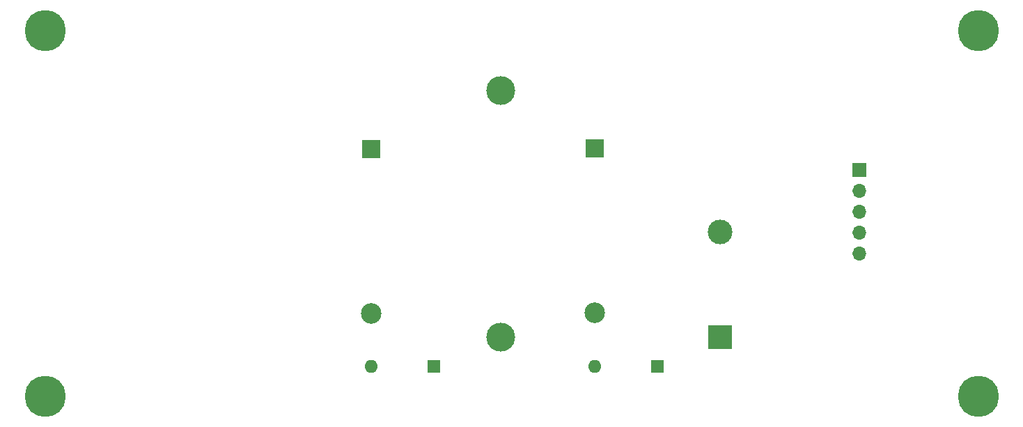
<source format=gts>
G04 #@! TF.GenerationSoftware,KiCad,Pcbnew,5.1.10-88a1d61d58~88~ubuntu20.04.1*
G04 #@! TF.CreationDate,2021-05-25T18:58:43-04:00*
G04 #@! TF.ProjectId,pinball-wpc-battery,70696e62-616c-46c2-9d77-70632d626174,rev?*
G04 #@! TF.SameCoordinates,Original*
G04 #@! TF.FileFunction,Soldermask,Top*
G04 #@! TF.FilePolarity,Negative*
%FSLAX46Y46*%
G04 Gerber Fmt 4.6, Leading zero omitted, Abs format (unit mm)*
G04 Created by KiCad (PCBNEW 5.1.10-88a1d61d58~88~ubuntu20.04.1) date 2021-05-25 18:58:43*
%MOMM*%
%LPD*%
G01*
G04 APERTURE LIST*
%ADD10O,1.600000X1.600000*%
%ADD11R,1.600000X1.600000*%
%ADD12C,2.500000*%
%ADD13R,2.170000X2.170000*%
%ADD14C,5.000000*%
%ADD15O,1.700000X1.700000*%
%ADD16R,1.700000X1.700000*%
%ADD17C,3.500000*%
%ADD18C,3.000000*%
%ADD19R,3.000000X3.000000*%
G04 APERTURE END LIST*
D10*
X173228000Y-109093000D03*
D11*
X180848000Y-109093000D03*
D10*
X146050000Y-109093000D03*
D11*
X153670000Y-109093000D03*
D12*
X173228000Y-102550000D03*
D13*
X173228000Y-82550000D03*
D12*
X146050000Y-102677000D03*
D13*
X146050000Y-82677000D03*
D14*
X219868750Y-112712500D03*
X219868750Y-68262500D03*
X106362500Y-112712500D03*
X106362500Y-68262500D03*
D15*
X205359000Y-95377000D03*
X205359000Y-92837000D03*
X205359000Y-90297000D03*
X205359000Y-87757000D03*
D16*
X205359000Y-85217000D03*
D17*
X161768000Y-75537000D03*
X161768000Y-105537000D03*
D18*
X188468000Y-92737000D03*
D19*
X188468000Y-105537000D03*
M02*

</source>
